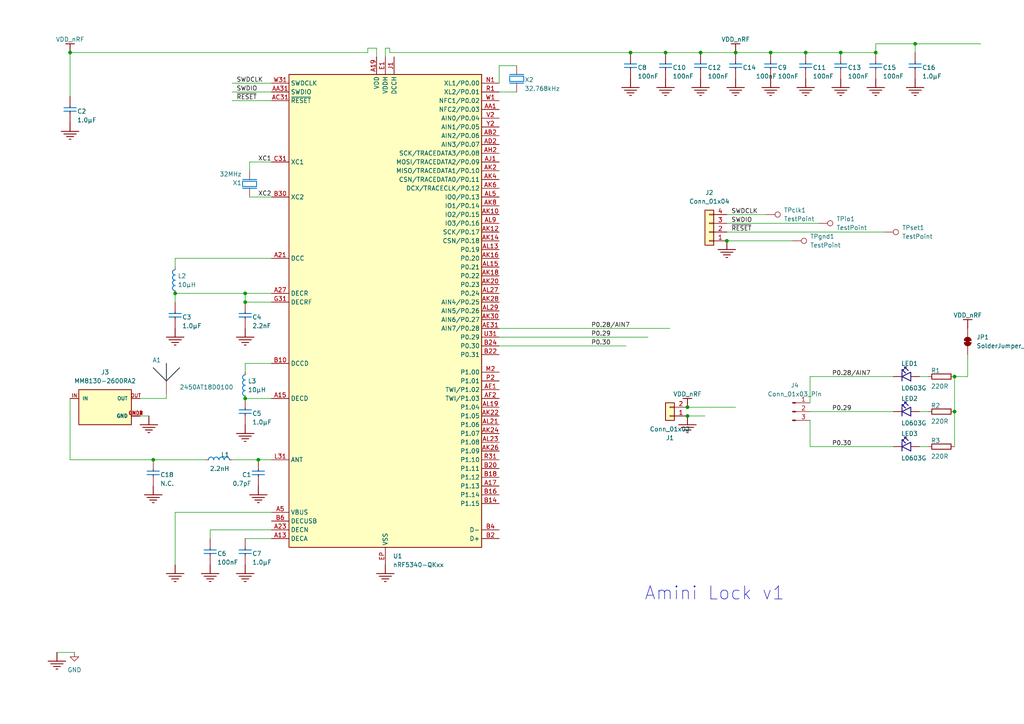
<source format=kicad_sch>
(kicad_sch (version 20231120) (generator "eeschema") (generator_version "8.0")
  (paper "A4")
  (junction (at 193.04 15.24))
  (junction (at 276.86 119.38))
  (junction (at 203.2 15.24))
  (junction (at 254 15.24))
  (junction (at 243.84 15.24))
  (junction (at 199.39 118.11))
  (junction (at 182.88 15.24))
  (junction (at 265.43 12.7))
  (junction (at 44.45 133.35))
  (junction (at 71.12 85.09))
  (junction (at 20.32 15.24))
  (junction (at 71.12 87.63))
  (junction (at 74.93 133.35))
  (junction (at 213.36 15.24))
  (junction (at 233.68 15.24))
  (junction (at 71.12 115.57))
  (junction (at 50.8 85.09))
  (junction (at 223.52 15.24))
  (junction (at 199.39 120.65))
  (junction (at 210.82 69.85))
  (junction (at 276.86 109.22))
  (wire (pts (xy 204.47 120.65) (xy 199.39 120.65)))
  (wire (pts (xy 144.78 100.33) (xy 181.61 100.33)))
  (wire (pts (xy 237.49 64.77) (xy 210.82 64.77)))
  (wire (pts (xy 74.93 133.35) (xy 78.74 133.35)))
  (wire (pts (xy 111.76 13.97) (xy 111.76 16.51)))
  (wire (pts (xy 106.68 13.97) (xy 106.68 15.24)))
  (wire (pts (xy 78.74 74.93) (xy 50.8 74.93)))
  (wire (pts (xy 265.43 12.7) (xy 254 12.7)))
  (wire (pts (xy 254 12.7) (xy 254 15.24)))
  (wire (pts (xy 78.74 153.67) (xy 60.96 153.67)))
  (wire (pts (xy 78.74 115.57) (xy 71.12 115.57)))
  (wire (pts (xy 203.2 15.24) (xy 213.36 15.24)))
  (wire (pts (xy 72.39 46.99) (xy 72.39 49.53)))
  (wire (pts (xy 44.45 133.35) (xy 59.69 133.35)))
  (wire (pts (xy 78.74 85.09) (xy 71.12 85.09)))
  (wire (pts (xy 269.24 129.54) (xy 266.7 129.54)))
  (wire (pts (xy 50.8 74.93) (xy 50.8 77.47)))
  (wire (pts (xy 50.8 148.59) (xy 78.74 148.59)))
  (wire (pts (xy 276.86 119.38) (xy 276.86 109.22)))
  (wire (pts (xy 72.39 46.99) (xy 78.74 46.99)))
  (wire (pts (xy 106.68 13.97) (xy 109.22 13.97)))
  (wire (pts (xy 48.26 115.57) (xy 40.64 115.57)))
  (wire (pts (xy 234.95 119.38) (xy 259.08 119.38)))
  (wire (pts (xy 210.82 69.85) (xy 229.87 69.85)))
  (wire (pts (xy 234.95 109.22) (xy 234.95 116.84)))
  (wire (pts (xy 50.8 85.09) (xy 50.8 87.63)))
  (wire (pts (xy 50.8 163.83) (xy 50.8 148.59)))
  (wire (pts (xy 213.36 15.24) (xy 223.52 15.24)))
  (wire (pts (xy 269.24 109.22) (xy 266.7 109.22)))
  (wire (pts (xy 113.03 13.97) (xy 113.03 15.24)))
  (wire (pts (xy 113.03 13.97) (xy 111.76 13.97)))
  (wire (pts (xy 78.74 156.21) (xy 71.12 156.21)))
  (wire (pts (xy 223.52 15.24) (xy 233.68 15.24)))
  (wire (pts (xy 182.88 15.24) (xy 193.04 15.24)))
  (wire (pts (xy 276.86 109.22) (xy 280.67 109.22)))
  (wire (pts (xy 109.22 13.97) (xy 109.22 16.51)))
  (wire (pts (xy 113.03 15.24) (xy 182.88 15.24)))
  (wire (pts (xy 43.18 120.65) (xy 40.64 120.65)))
  (wire (pts (xy 20.32 133.35) (xy 20.32 115.57)))
  (wire (pts (xy 71.12 87.63) (xy 71.12 85.09)))
  (wire (pts (xy 78.74 105.41) (xy 71.12 105.41)))
  (wire (pts (xy 144.78 97.79) (xy 187.96 97.79)))
  (wire (pts (xy 234.95 121.92) (xy 234.95 129.54)))
  (wire (pts (xy 78.74 24.13) (xy 67.31 24.13)))
  (wire (pts (xy 234.95 109.22) (xy 259.08 109.22)))
  (wire (pts (xy 78.74 87.63) (xy 71.12 87.63)))
  (wire (pts (xy 20.32 15.24) (xy 20.32 27.94)))
  (wire (pts (xy 233.68 15.24) (xy 243.84 15.24)))
  (wire (pts (xy 78.74 29.21) (xy 67.31 29.21)))
  (wire (pts (xy 243.84 15.24) (xy 254 15.24)))
  (wire (pts (xy 144.78 95.25) (xy 194.31 95.25)))
  (wire (pts (xy 213.36 118.11) (xy 199.39 118.11)))
  (wire (pts (xy 60.96 153.67) (xy 60.96 156.21)))
  (wire (pts (xy 144.78 24.13) (xy 144.78 19.05)))
  (wire (pts (xy 234.95 129.54) (xy 259.08 129.54)))
  (wire (pts (xy 71.12 85.09) (xy 50.8 85.09)))
  (wire (pts (xy 20.32 133.35) (xy 44.45 133.35)))
  (wire (pts (xy 106.68 15.24) (xy 20.32 15.24)))
  (wire (pts (xy 16.51 189.23) (xy 21.59 189.23)))
  (wire (pts (xy 67.31 133.35) (xy 74.93 133.35)))
  (wire (pts (xy 144.78 26.67) (xy 149.86 26.67)))
  (wire (pts (xy 284.48 12.7) (xy 265.43 12.7)))
  (wire (pts (xy 48.26 114.3) (xy 48.26 115.57)))
  (wire (pts (xy 71.12 105.41) (xy 71.12 107.95)))
  (wire (pts (xy 72.39 57.15) (xy 78.74 57.15)))
  (wire (pts (xy 78.74 26.67) (xy 67.31 26.67)))
  (wire (pts (xy 144.78 19.05) (xy 149.86 19.05)))
  (wire (pts (xy 256.54 67.31) (xy 210.82 67.31)))
  (wire (pts (xy 222.25 62.23) (xy 210.82 62.23)))
  (wire (pts (xy 193.04 15.24) (xy 203.2 15.24)))
  (wire (pts (xy 280.67 102.87) (xy 280.67 109.22)))
  (wire (pts (xy 276.86 129.54) (xy 276.86 119.38)))
  (wire (pts (xy 266.7 119.38) (xy 269.24 119.38)))
  (wire (pts (xy 265.43 15.24) (xy 265.43 12.7)))
  (text "Amini Lock v1\n" (at 207.264 172.212 0) (effects (font (size 3.81 3.81))))
  (label "P0.29" (at 241.3 119.38 0))
  (label "SWDCLK" (at 68.58 24.13 0))
  (label "SWDIO" (at 68.58 26.67 0))
  (label "P0.28/AIN7" (at 241.3 109.22 0))
  (label "XC2" (at 78.74 57.15 180))
  (label "SWDIO" (at 212.09 64.77 0))
  (label "XC1" (at 78.74 46.99 180))
  (label "P0.29" (at 171.45 97.79 0))
  (label "SWDCLK" (at 212.09 62.23 0))
  (label "P0.28/AIN7" (at 171.45 95.25 0))
  (label "P0.30" (at 171.45 100.33 0))
  (label "~{RESET}" (at 212.09 67.31 0))
  (label "P0.30" (at 241.3 129.54 0))
  (label "~{RESET}" (at 68.58 29.21 0))
  (symbol (lib_id "pca10095_sheet4_misc-altium-import:root_0_mirrored_D{colon}LED") (at 266.7 109.22 0) (unit 1)
    (property "Reference" "LED1" (at 261.366 106.172 0) (effects (justify left bottom)))
    (property "Value" "${ALTIUM_VALUE}" (at 261.366 113.284 0) (effects (justify left bottom)))
    (property "Footprint" "LED_SMD:LED_0603_1608Metric" (effects (hide yes)))
    (property "Description" "LED, Green, 0603, 573nm, Vf=2.0V, 24mcd, - 40 to +85°C" (effects (hide yes)))
    (property "PART NUMBER" "VS 25C7M5" (effects (hide yes)))
    (property "MANUFACTURER" "Victory Electronics" (effects (hide yes)))
    (property "MANUFACTURER PART NUMBER" "VS 25C7M5" (effects (hide yes)))
    (property "FOOTPRINT DOC" "0603" (effects (hide yes)))
    (property "LATESTREVISIONDATE" "2020-10-23" (effects (hide yes)))
    (property "PIN COUNT" "2" (effects (hide yes)))
    (property "PUBLISHER" "Nordic Semiconductor" (effects (hide yes)))
    (property "PUBLISHED" "2017-08-21" (effects (hide yes)))
    (property "ALTIUM_VALUE" "L0603G" (effects (hide yes)))
    (property "NOTE" "N.A." (effects (hide yes)))
    (property "ARTIKKELNR NOCA" "13019193" (effects (hide yes)))
    (property "PART NUMBER IPS" "00000001274, 00000009961" (effects (hide yes)))
    (property "COMPONENTLINK1URL" "N.A." (effects (hide yes)))
    (property "COMPONENTLINK1DESCRIPTION" "Datasheet" (effects (hide yes)))
    (property "COMPONENTLINK2URL" "N.A." (effects (hide yes)))
    (property "COMPONENTLINK2DESCRIPTION" "Supplier link" (effects (hide yes)))
    (property "HELPURL" "~{\\}hiz~{z}pr~{o}app971~{7}Datashee~{t}optoelectronic~{s}Victory Electronic~{s}VS 25C7M5.pdf" (effects (hide yes)))
    (property "SUPPLIER 1" "EC Partner" (effects (hide yes)))
    (property "SUPPLIER PART NUMBER 1" "N.A." (effects (hide yes)))
    (property "SUPPLIER 2" "N.A." (effects (hide yes)))
    (property "SUPPLIER PART NUMBER 2" "N.A." (effects (hide yes)))
    (property "COMPONENT CLASS" "Optoelectronics" (effects (hide yes)))
    (property "PAD COUNT" "2" (effects (hide yes)))
    (property "PARTID" "101400097" (effects (hide yes)))
  )
  (symbol (lib_id "nrf5340_qkaa_config3-altium-import:GND_POWER_GROUND") (at 199.39 120.65 0) (unit 1)
    (property "Reference" "#PWR019" (effects (hide yes)))
    (property "Value" "GND" (effects (hide yes)))
  )
  (symbol (lib_id "nrf5340_qkaa_config3-altium-import:VDD_nRF_BAR") (at 20.32 15.24 180) (unit 1)
    (property "Reference" "#PWR02" (effects (hide yes)))
    (property "Value" "VDD_nRF" (at 20.32 11.43 0))
  )
  (symbol (lib_id "pca10143_sheet2_nrf5340_mcu-altium-import:root_1_mirrored_CAP") (at 74.93 140.97 0) (mirror y) (unit 1)
    (property "Reference" "C1" (at 72.898 138.43 0) (effects (justify left bottom)))
    (property "Value" "${ALTIUM_VALUE}" (at 72.898 140.97 0) (effects (justify left bottom)))
    (property "Footprint" "Inductor_SMD:L_0603_1608Metric" (effects (hide yes)))
    (property "Description" "Capacitor, Ceramic, NP0, ±0.1pF, 25V" (effects (hide yes)))
    (property "PART NUMBER" "C0201-0.7p-HQ-Murata" (effects (hide yes)))
    (property "MANUFACTURER" "Murata" (effects (hide yes)))
    (property "MANUFACTURER PART NUMBER" "GJM0335C1ER70BB01D" (effects (hide yes)))
    (property "LATESTREVISIONDATE" "2020-10-13" (effects (hide yes)))
    (property "PUBLISHED" "2020-03-05" (effects (hide yes)))
    (property "ALTIUM_VALUE" "0.7pF" (effects (hide yes)))
    (property "NOTE" "25V" (effects (hide yes)))
    (property "ARTIKKELNR NOCA" "N.A." (effects (hide yes)))
    (property "FOOTPRINT DOC" "0201" (effects (hide yes)))
    (property "COMPONENTLINK1URL" "https://search.murata.co.jp/Ceramy/image/img/A01X/G101/ENG/GJM0335C1ER70BB01-01.pdf" (effects (hide yes)))
    (property "COMPONENTLINK1DESCRIPTION" "Datasheet" (effects (hide yes)))
    (property "COMPONENTLINK2URL" "https://www.murata.com/en-eu/products/productdetail?partno=GJM0335C1ER70BB01%23" (effects (hide yes)))
    (property "COMPONENTLINK2DESCRIPTION" "Supplier link" (effects (hide yes)))
    (property "HELPURL" "https://www.digikey.no/product-detail/en/murata-electronics/GJM0335C1ER70BB01D/490-8076-1-ND/4380362" (effects (hide yes)))
    (property "SUPPLIER 1" "Digi-Key" (effects (hide yes)))
    (property "SUPPLIER PART NUMBER 1" "490-8076-1-ND" (effects (hide yes)))
    (property "SUPPLIER 2" "N.A." (effects (hide yes)))
    (property "SUPPLIER PART NUMBER 2" "N.A." (effects (hide yes)))
    (property "PART NUMBER IPS" "N.A." (effects (hide yes)))
    (property "COMPONENT CLASS" "Capacitors" (effects (hide yes)))
    (property "PAD COUNT" "2" (effects (hide yes)))
    (property "PARTID" "100200441" (effects (hide yes)))
    (property "AUTHOR" "rsk" (effects (hide yes)))
    (property "PART NUMBER NORAUTRON" "26470001" (effects (hide yes)))
    (property "COMPONENT STATUS" "Active" (effects (hide yes)))
    (property "PART NUMBER NEMS" "100200441" (effects (hide yes)))
  )
  (symbol (lib_id "nrf5340_qkaa_config3-altium-import:GND_POWER_GROUND") (at 210.82 69.85 0) (unit 1)
    (property "Reference" "#PWR021" (effects (hide yes)))
    (property "Value" "GND" (effects (hide yes)))
  )
  (symbol (lib_id "nrf5340_qkaa_config3-altium-import:GND_POWER_GROUND") (at 111.76 163.83 0) (mirror y) (unit 1)
    (property "Reference" "#PWR015" (effects (hide yes)))
    (property "Value" "GND" (effects (hide yes)))
  )
  (symbol (lib_id "nrf5340_qkaa_config3-altium-import:root_1_CAP") (at 265.43 22.86 0) (unit 1)
    (property "Reference" "C16" (at 267.462 20.32 0) (effects (justify left bottom)))
    (property "Value" "${ALTIUM_VALUE}" (at 267.462 22.86 0) (effects (justify left bottom)))
    (property "Footprint" "CAPC1005X04L" (effects (hide yes)))
    (property "Description" "Capacitor, X7S, ±10%" (effects (hide yes)))
    (property "ALTIUM_VALUE" "1.0µF" (effects (hide yes)))
    (property "FOOTPRINT DOC" "0402" (effects (hide yes)))
    (property "COMPONENT CLASS" "Capacitors" (effects (hide yes)))
    (property "PAD COUNT" "2" (effects (hide yes)))
  )
  (symbol (lib_id "nrf5340_qkaa_config3-altium-import:VDD_nRF_BAR") (at 213.36 15.24 180) (unit 1)
    (property "Reference" "#PWR022" (effects (hide yes)))
    (property "Value" "VDD_nRF" (at 213.36 11.43 0))
  )
  (symbol (lib_id "pca10095_sheet4_misc-altium-import:root_0_RES") (at 269.24 119.38 0) (unit 1)
    (property "Reference" "R2" (at 270.002 118.364 0) (effects (justify left bottom)))
    (property "Value" "${ALTIUM_VALUE}" (at 270.002 122.936 0) (effects (justify left bottom)))
    (property "Footprint" "RESC0603X03L_C" (effects (hide yes)))
    (property "Description" "Resistor, ±1%, 0.05W" (effects (hide yes)))
    (property "PART NUMBER" "R0201-220" (effects (hide yes)))
    (property "MANUFACTURER" "N.A." (effects (hide yes)))
    (property "MANUFACTURER PART NUMBER" "N.A." (effects (hide yes)))
    (property "LATESTREVISIONDATE" "2014-11-13" (effects (hide yes)))
    (property "PIN COUNT" "2" (effects (hide yes)))
    (property "PUBLISHER" "Nordic Semiconductor" (effects (hide yes)))
    (property "PUBLISHED" "2014-11-13" (effects (hide yes)))
    (property "ALTIUM_VALUE" "220R" (effects (hide yes)))
    (property "NOTE" "Chip Res 1%" (effects (hide yes)))
    (property "ARTIKKELNR NOCA" "N.A." (effects (hide yes)))
    (property "FOOTPRINT DOC" "0201" (effects (hide yes)))
    (property "PART NUMBER IPS" "00000000863" (effects (hide yes)))
    (property "COMPONENTLINK1URL" "N.A." (effects (hide yes)))
    (property "COMPONENTLINK1DESCRIPTION" "Datasheet" (effects (hide yes)))
    (property "COMPONENTLINK2URL" "N.A." (effects (hide yes)))
    (property "COMPONENTLINK2DESCRIPTION" "Supplier link" (effects (hide yes)))
    (property "HELPURL" "N.A." (effects (hide yes)))
    (property "SUPPLIER 1" "N.A." (effects (hide yes)))
    (property "SUPPLIER PART NUMBER 1" "N.A." (effects (hide yes)))
    (property "SUPPLIER 2" "N.A." (effects (hide yes)))
    (property "SUPPLIER PART NUMBER 2" "N.A." (effects (hide yes)))
    (property "COMPONENT CLASS" "Resistors" (effects (hide yes)))
    (property "PAD COUNT" "2" (effects (hide yes)))
    (property "PARTID" "100100032" (effects (hide yes)))
  )
  (symbol (lib_id "Connector_Generic:Conn_01x02") (at 194.31 120.65 180) (unit 1)
    (property "Reference" "J1" (at 194.31 127 0))
    (property "Value" "Conn_01x02" (at 194.31 124.46 0))
    (property "Footprint" "Connector_JST:JST_SH_BM02B-SRSS-TB_1x02-1MP_P1.00mm_Vertical" (effects (hide yes)))
    (property "Description" "Generic connector, single row, 01x02, script generated (kicad-library-utils/schlib/autogen/connector/)" (effects (hide yes)))
  )
  (symbol (lib_id "nrf5340_qkaa_config3-altium-import:GND_POWER_GROUND") (at 265.43 22.86 0) (unit 1)
    (property "Reference" "#PWR031" (effects (hide yes)))
    (property "Value" "GND" (effects (hide yes)))
  )
  (symbol (lib_id "nrf5340_qkaa_config3-altium-import:GND_POWER_GROUND") (at 20.32 35.56 0) (unit 1)
    (property "Reference" "#PWR03" (effects (hide yes)))
    (property "Value" "GND" (effects (hide yes)))
  )
  (symbol (lib_id "nrf5340_qkaa_config3-altium-import:root_1_XTAL_4-pin_grounded") (at 72.39 49.53 180) (unit 1)
    (property "Reference" "X1" (at 70.104 52.324 0) (effects (justify left bottom)))
    (property "Value" "${ALTIUM_VALUE}" (at 70.104 49.784 0) (effects (justify left bottom)))
    (property "Footprint" "BT-XTAL_2016" (effects (hide yes)))
    (property "Description" "XTAL SMD 2016, 32MHz, Cl=8pF, Total Tol: ±30ppm" (effects (hide yes)))
    (property "ALTIUM_VALUE" "32MHz" (effects (hide yes)))
    (property "FOOTPRINT DOC" "XTAL_2016" (effects (hide yes)))
    (property "COMPONENT CLASS" "Oscillators" (effects (hide yes)))
    (property "PAD COUNT" "4" (effects (hide yes)))
  )
  (symbol (lib_id "nrf5340_qkaa_config3-altium-import:root_3_CAP") (at 243.84 15.24 0) (unit 1)
    (property "Reference" "C13" (at 245.872 20.32 0) (effects (justify left bottom)))
    (property "Value" "${ALTIUM_VALUE}" (at 245.872 22.86 0) (effects (justify left bottom)))
    (property "Footprint" "CAPC0603X03L_C" (effects (hide yes)))
    (property "Description" "Capacitor, X7S, ±10%" (effects (hide yes)))
    (property "ALTIUM_VALUE" "100nF" (effects (hide yes)))
    (property "FOOTPRINT DOC" "0201" (effects (hide yes)))
    (property "COMPONENT CLASS" "Capacitors" (effects (hide yes)))
    (property "PAD COUNT" "2" (effects (hide yes)))
  )
  (symbol (lib_id "nrf5340_qkaa_config3-altium-import:GND_POWER_GROUND") (at 182.88 22.86 0) (unit 1)
    (property "Reference" "#PWR016" (effects (hide yes)))
    (property "Value" "GND" (effects (hide yes)))
  )
  (symbol (lib_id "nrf5340_qkaa_config3-altium-import:GND_POWER_GROUND") (at 203.2 22.86 0) (unit 1)
    (property "Reference" "#PWR020" (effects (hide yes)))
    (property "Value" "GND" (effects (hide yes)))
  )
  (symbol (lib_id "pca10095_sheet4_misc-altium-import:root_0_mirrored_D{colon}LED") (at 266.7 129.54 0) (unit 1)
    (property "Reference" "LED3" (at 261.366 126.492 0) (effects (justify left bottom)))
    (property "Value" "${ALTIUM_VALUE}" (at 261.366 133.604 0) (effects (justify left bottom)))
    (property "Footprint" "LED_SMD:LED_0603_1608Metric" (effects (hide yes)))
    (property "Description" "LED, Green, 0603, 573nm, Vf=2.0V, 24mcd, - 40 to +85°C" (effects (hide yes)))
    (property "PART NUMBER" "VS 25C7M5" (effects (hide yes)))
    (property "MANUFACTURER" "Victory Electronics" (effects (hide yes)))
    (property "MANUFACTURER PART NUMBER" "VS 25C7M5" (effects (hide yes)))
    (property "FOOTPRINT DOC" "0603" (effects (hide yes)))
    (property "LATESTREVISIONDATE" "2020-10-23" (effects (hide yes)))
    (property "PIN COUNT" "2" (effects (hide yes)))
    (property "PUBLISHER" "Nordic Semiconductor" (effects (hide yes)))
    (property "PUBLISHED" "2017-08-21" (effects (hide yes)))
    (property "ALTIUM_VALUE" "L0603G" (effects (hide yes)))
    (property "NOTE" "N.A." (effects (hide yes)))
    (property "ARTIKKELNR NOCA" "13019193" (effects (hide yes)))
    (property "PART NUMBER IPS" "00000001274, 00000009961" (effects (hide yes)))
    (property "COMPONENTLINK1URL" "N.A." (effects (hide yes)))
    (property "COMPONENTLINK1DESCRIPTION" "Datasheet" (effects (hide yes)))
    (property "COMPONENTLINK2URL" "N.A." (effects (hide yes)))
    (property "COMPONENTLINK2DESCRIPTION" "Supplier link" (effects (hide yes)))
    (property "HELPURL" "~{\\}hiz~{z}pr~{o}app971~{7}Datashee~{t}optoelectronic~{s}Victory Electronic~{s}VS 25C7M5.pdf" (effects (hide yes)))
    (property "SUPPLIER 1" "EC Partner" (effects (hide yes)))
    (property "SUPPLIER PART NUMBER 1" "N.A." (effects (hide yes)))
    (property "SUPPLIER 2" "N.A." (effects (hide yes)))
    (property "SUPPLIER PART NUMBER 2" "N.A." (effects (hide yes)))
    (property "COMPONENT CLASS" "Optoelectronics" (effects (hide yes)))
    (property "PAD COUNT" "2" (effects (hide yes)))
    (property "PARTID" "101400097" (effects (hide yes)))
  )
  (symbol (lib_id "nrf5340_qkaa_config3-altium-import:root_3_CAP") (at 193.04 15.24 0) (unit 1)
    (property "Reference" "C10" (at 195.072 20.32 0) (effects (justify left bottom)))
    (property "Value" "${ALTIUM_VALUE}" (at 195.072 22.86 0) (effects (justify left bottom)))
    (property "Footprint" "CAPC0603X03L_C" (effects (hide yes)))
    (property "Description" "Capacitor, X7S, ±10%" (effects (hide yes)))
    (property "ALTIUM_VALUE" "100nF" (effects (hide yes)))
    (property "FOOTPRINT DOC" "0201" (effects (hide yes)))
    (property "COMPONENT CLASS" "Capacitors" (effects (hide yes)))
    (property "PAD COUNT" "2" (effects (hide yes)))
  )
  (symbol (lib_id "nrf5340_qkaa_config3-altium-import:GND_POWER_GROUND") (at 243.84 22.86 0) (unit 1)
    (property "Reference" "#PWR027" (effects (hide yes)))
    (property "Value" "GND" (effects (hide yes)))
  )
  (symbol (lib_id "Connector:TestPoint") (at 256.54 67.31 270) (unit 1)
    (property "Reference" "TPset1" (at 261.62 66.0399 90) (effects (justify left)))
    (property "Value" "TestPoint" (at 261.62 68.5799 90) (effects (justify left)))
    (property "Footprint" "TestPoint:TestPoint_Pad_D1.5mm" (effects (hide yes)))
    (property "Description" "test point" (effects (hide yes)))
  )
  (symbol (lib_id "pca10143_sheet2_nrf5340_mcu-altium-import:GND_POWER_GROUND") (at 44.45 140.97 0) (mirror y) (unit 1)
    (property "Reference" "#PWR07" (effects (hide yes)))
    (property "Value" "GND" (effects (hide yes)))
  )
  (symbol (lib_id "pca10095_sheet4_misc-altium-import:root_0_RES") (at 269.24 129.54 0) (unit 1)
    (property "Reference" "R3" (at 270.002 128.524 0) (effects (justify left bottom)))
    (property "Value" "${ALTIUM_VALUE}" (at 270.002 133.096 0) (effects (justify left bottom)))
    (property "Footprint" "RESC0603X03L_C" (effects (hide yes)))
    (property "Description" "Resistor, ±1%, 0.05W" (effects (hide yes)))
    (property "PART NUMBER" "R0201-220" (effects (hide yes)))
    (property "MANUFACTURER" "N.A." (effects (hide yes)))
    (property "MANUFACTURER PART NUMBER" "N.A." (effects (hide yes)))
    (property "LATESTREVISIONDATE" "2014-11-13" (effects (hide yes)))
    (property "PIN COUNT" "2" (effects (hide yes)))
    (property "PUBLISHER" "Nordic Semiconductor" (effects (hide yes)))
    (property "PUBLISHED" "2014-11-13" (effects (hide yes)))
    (property "ALTIUM_VALUE" "220R" (effects (hide yes)))
    (property "NOTE" "Chip Res 1%" (effects (hide yes)))
    (property "ARTIKKELNR NOCA" "N.A." (effects (hide yes)))
    (property "FOOTPRINT DOC" "0201" (effects (hide yes)))
    (property "PART NUMBER IPS" "00000000863" (effects (hide yes)))
    (property "COMPONENTLINK1URL" "N.A." (effects (hide yes)))
    (property "COMPONENTLINK1DESCRIPTION" "Datasheet" (effects (hide yes)))
    (property "COMPONENTLINK2URL" "N.A." (effects (hide yes)))
    (property "COMPONENTLINK2DESCRIPTION" "Supplier link" (effects (hide yes)))
    (property "HELPURL" "N.A." (effects (hide yes)))
    (property "SUPPLIER 1" "N.A." (effects (hide yes)))
    (property "SUPPLIER PART NUMBER 1" "N.A." (effects (hide yes)))
    (property "SUPPLIER 2" "N.A." (effects (hide yes)))
    (property "SUPPLIER PART NUMBER 2" "N.A." (effects (hide yes)))
    (property "COMPONENT CLASS" "Resistors" (effects (hide yes)))
    (property "PAD COUNT" "2" (effects (hide yes)))
    (property "PARTID" "100100032" (effects (hide yes)))
  )
  (symbol (lib_id "Connector:TestPoint") (at 237.49 64.77 270) (unit 1)
    (property "Reference" "TPio1" (at 242.57 63.4999 90) (effects (justify left)))
    (property "Value" "TestPoint" (at 242.57 66.0399 90) (effects (justify left)))
    (property "Footprint" "TestPoint:TestPoint_Pad_D1.5mm" (effects (hide yes)))
    (property "Description" "test point" (effects (hide yes)))
  )
  (symbol (lib_id "pca10143_sheet2_nrf5340_mcu-altium-import:root_1_CAP") (at 44.45 140.97 0) (unit 1)
    (property "Reference" "C18" (at 46.482 138.43 0) (effects (justify left bottom)))
    (property "Value" "${ALTIUM_VALUE}" (at 46.482 140.97 0) (effects (justify left bottom)))
    (property "Footprint" "Inductor_SMD:L_0603_1608Metric" (effects (hide yes)))
    (property "Description" "Not mounted" (effects (hide yes)))
    (property "PART NUMBER" "C0201-N.C." (effects (hide yes)))
    (property "LATESTREVISIONDATE" "2014-11-13" (effects (hide yes)))
    (property "PUBLISHED" "2014-11-13" (effects (hide yes)))
    (property "ALTIUM_VALUE" "N.C." (effects (hide yes)))
    (property "NOTE" "Chip Cap" (effects (hide yes)))
    (property "FOOTPRINT DOC" "0201" (effects (hide yes)))
    (property "ASSEMBLY" "Not mounted" (effects (hide yes)))
    (property "MANUFACTURER" "N.A." (effects (hide yes)))
    (property "MANUFACTURER PART NUMBER" "N.A." (effects (hide yes)))
    (property "ARTIKKELNR NOCA" "N.A." (effects (hide yes)))
    (property "PART NUMBER IPS" "N.A." (effects (hide yes)))
    (property "COMPONENTLINK1URL" "N.A." (effects (hide yes)))
    (property "COMPONENTLINK1DESCRIPTION" "Datasheet" (effects (hide yes)))
    (property "COMPONENTLINK2URL" "N.A." (effects (hide yes)))
    (property "COMPONENTLINK2DESCRIPTION" "Supplier link" (effects (hide yes)))
    (property "HELPURL" "N.A." (effects (hide yes)))
    (property "SUPPLIER 1" "N.A." (effects (hide yes)))
    (property "SUPPLIER PART NUMBER 1" "N.A." (effects (hide yes)))
    (property "SUPPLIER 2" "N.A." (effects (hide yes)))
    (property "SUPPLIER PART NUMBER 2" "N.A." (effects (hide yes)))
    (property "COMPONENT CLASS" "Capacitors" (effects (hide yes)))
    (property "PAD COUNT" "2" (effects (hide yes)))
    (property "PARTID" "100200001" (effects (hide yes)))
    (property "AUTHOR" "rsk" (effects (hide yes)))
    (property "PART NUMBER NORAUTRON" "N.A." (effects (hide yes)))
    (property "COMPONENT STATUS" "Active" (effects (hide yes)))
    (property "PART NUMBER NEMS" "100200001" (effects (hide yes)))
  )
  (symbol (lib_id "pca10143_sheet2_nrf5340_mcu-altium-import:GND_POWER_GROUND") (at 74.93 140.97 0) (mirror y) (unit 1)
    (property "Reference" "#PWR014" (effects (hide yes)))
    (property "Value" "GND" (effects (hide yes)))
  )
  (symbol (lib_id "Connector:Conn_01x03_Pin") (at 229.87 119.38 0) (unit 1)
    (property "Reference" "J4" (at 230.505 111.76 0))
    (property "Value" "Conn_01x03_Pin" (at 230.505 114.3 0))
    (property "Footprint" "Connector_PinHeader_1.00mm:PinHeader_1x03_P1.00mm_Vertical" (effects (hide yes)))
    (property "Description" "Generic connector, single row, 01x03, script generated" (effects (hide yes)))
  )
  (symbol (lib_id "nrf5340_qkaa_config3-altium-import:root_3_CAP") (at 233.68 15.24 0) (unit 1)
    (property "Reference" "C11" (at 235.712 20.32 0) (effects (justify left bottom)))
    (property "Value" "${ALTIUM_VALUE}" (at 235.712 22.86 0) (effects (justify left bottom)))
    (property "Footprint" "CAPC0603X03L_C" (effects (hide yes)))
    (property "Description" "Capacitor, X7S, ±10%" (effects (hide yes)))
    (property "ALTIUM_VALUE" "100nF" (effects (hide yes)))
    (property "FOOTPRINT DOC" "0201" (effects (hide yes)))
    (property "COMPONENT CLASS" "Capacitors" (effects (hide yes)))
    (property "PAD COUNT" "2" (effects (hide yes)))
  )
  (symbol (lib_id "nrf5340_qkaa_config3-altium-import:VDD_nRF_BAR") (at 280.67 95.25 180) (unit 1)
    (property "Reference" "#PWR033" (effects (hide yes)))
    (property "Value" "VDD_nRF" (at 280.67 91.44 0))
  )
  (symbol (lib_id "nrf5340_qkaa_config3-altium-import:GND_POWER_GROUND") (at 193.04 22.86 0) (unit 1)
    (property "Reference" "#PWR017" (effects (hide yes)))
    (property "Value" "GND" (effects (hide yes)))
  )
  (symbol (lib_id "nrf5340_qkaa_config3-altium-import:root_3_CAP") (at 20.32 27.94 0) (unit 1)
    (property "Reference" "C2" (at 22.352 33.02 0) (effects (justify left bottom)))
    (property "Value" "${ALTIUM_VALUE}" (at 22.352 35.56 0) (effects (justify left bottom)))
    (property "Footprint" "CAPC1005X04L" (effects (hide yes)))
    (property "Description" "Capacitor, X7S, ±10%" (effects (hide yes)))
    (property "ALTIUM_VALUE" "1.0µF" (effects (hide yes)))
    (property "FOOTPRINT DOC" "0402" (effects (hide yes)))
    (property "COMPONENT CLASS" "Capacitors" (effects (hide yes)))
    (property "PAD COUNT" "2" (effects (hide yes)))
  )
  (symbol (lib_id "MM8130-2600RA2:MM8130-2600RA2") (at 30.48 118.11 0) (unit 1)
    (property "Reference" "J3" (at 30.48 107.95 0))
    (property "Value" "MM8130-2600RA2" (at 30.48 110.49 0))
    (property "Footprint" "MM8130-2600RA2 antenna:MURATA_MM8130-2600RA2" (effects (hide yes)))
    (property "MF" "Murata" (effects (hide yes)))
    (property "Description_1" "\nSWF Connector Receptacle, Female Socket 50 Ohms Surface Mount Solder\n" (effects (hide yes)))
    (property "Package" "None" (effects (hide yes)))
    (property "Price" "None" (effects (hide yes)))
    (property "Check_prices" "https://www.snapeda.com/parts/MM8130-2600RA2/Murata+Electronics+North+America/view-part/?ref=eda" (effects (hide yes)))
    (property "SnapEDA_Link" "https://www.snapeda.com/parts/MM8130-2600RA2/Murata+Electronics+North+America/view-part/?ref=snap" (effects (hide yes)))
    (property "MP" "MM8130-2600RA2" (effects (hide yes)))
    (property "Availability" "In Stock" (effects (hide yes)))
    (property "MANUFACTURER" "MURATA" (effects (hide yes)))
  )
  (symbol (lib_id "nrf5340_qkaa_config3-altium-import:GND_POWER_GROUND") (at 71.12 163.83 0) (unit 1)
    (property "Reference" "#PWR013" (effects (hide yes)))
    (property "Value" "GND" (effects (hide yes)))
  )
  (symbol (lib_id "nrf5340_qkaa_config3-altium-import:root_3_XTAL_2-pin") (at 149.86 19.05 0) (unit 1)
    (property "Reference" "X2" (at 152.146 23.876 0) (effects (justify left bottom)))
    (property "Value" "${ALTIUM_VALUE}" (at 152.146 26.416 0) (effects (justify left bottom)))
    (property "Footprint" "XTAL_2012" (effects (hide yes)))
    (property "Description" "XTAL SMD 2012, 32.768kHz, Cl=9pF, Total Tol: ±50ppm" (effects (hide yes)))
    (property "ALTIUM_VALUE" "32.768kHz" (effects (hide yes)))
    (property "FOOTPRINT DOC" "XTAL_2012" (effects (hide yes)))
    (property "COMPONENT CLASS" "Oscillators" (effects (hide yes)))
    (property "PAD COUNT" "2" (effects (hide yes)))
  )
  (symbol (lib_id "nrf5340_qkaa_config3-altium-import:root_1_CAP") (at 71.12 163.83 0) (unit 1)
    (property "Reference" "C7" (at 73.152 161.29 0) (effects (justify left bottom)))
    (property "Value" "${ALTIUM_VALUE}" (at 73.152 163.83 0) (effects (justify left bottom)))
    (property "Footprint" "CAPC1005X04L" (effects (hide yes)))
    (property "Description" "Capacitor, X7S, ±10%" (effects (hide yes)))
    (property "ALTIUM_VALUE" "1.0µF" (effects (hide yes)))
    (property "FOOTPRINT DOC" "0402" (effects (hide yes)))
    (property "COMPONENT CLASS" "Capacitors" (effects (hide yes)))
    (property "PAD COUNT" "2" (effects (hide yes)))
  )
  (symbol (lib_id "nrf5340_qkaa_config3-altium-import:root_3_CAP") (at 71.12 87.63 0) (unit 1)
    (property "Reference" "C4" (at 73.152 92.71 0) (effects (justify left bottom)))
    (property "Value" "${ALTIUM_VALUE}" (at 73.152 95.25 0) (effects (justify left bottom)))
    (property "Footprint" "CAPC0603X03L_C" (effects (hide yes)))
    (property "Description" "Capacitor, X7R, ±10%" (effects (hide yes)))
    (property "ALTIUM_VALUE" "2.2nF" (effects (hide yes)))
    (property "FOOTPRINT DOC" "0201" (effects (hide yes)))
    (property "COMPONENT CLASS" "Capacitors" (effects (hide yes)))
    (property "PAD COUNT" "2" (effects (hide yes)))
  )
  (symbol (lib_id "nrf5340_qkaa_config3-altium-import:GND_POWER_GROUND") (at 71.12 123.19 0) (unit 1)
    (property "Reference" "#PWR012" (effects (hide yes)))
    (property "Value" "GND" (effects (hide yes)))
  )
  (symbol (lib_id "pca10095_sheet4_misc-altium-import:root_0_mirrored_D{colon}LED") (at 266.7 119.38 0) (unit 1)
    (property "Reference" "LED2" (at 261.366 116.332 0) (effects (justify left bottom)))
    (property "Value" "${ALTIUM_VALUE}" (at 261.366 123.444 0) (effects (justify left bottom)))
    (property "Footprint" "LED_SMD:LED_0603_1608Metric" (effects (hide yes)))
    (property "Description" "LED, Green, 0603, 573nm, Vf=2.0V, 24mcd, - 40 to +85°C" (effects (hide yes)))
    (property "PART NUMBER" "VS 25C7M5" (effects (hide yes)))
    (property "MANUFACTURER" "Victory Electronics" (effects (hide yes)))
    (property "MANUFACTURER PART NUMBER" "VS 25C7M5" (effects (hide yes)))
    (property "FOOTPRINT DOC" "0603" (effects (hide yes)))
    (property "LATESTREVISIONDATE" "2020-10-23" (effects (hide yes)))
    (property "PIN COUNT" "2" (effects (hide yes)))
    (property "PUBLISHER" "Nordic Semiconductor" (effects (hide yes)))
    (property "PUBLISHED" "2017-08-21" (effects (hide yes)))
    (property "ALTIUM_VALUE" "L0603G" (effects (hide yes)))
    (property "NOTE" "N.A." (effects (hide yes)))
    (property "ARTIKKELNR NOCA" "13019193" (effects (hide yes)))
    (property "PART NUMBER IPS" "00000001274, 00000009961" (effects (hide yes)))
    (property "COMPONENTLINK1URL" "N.A." (effects (hide yes)))
    (property "COMPONENTLINK1DESCRIPTION" "Datasheet" (effects (hide yes)))
    (property "COMPONENTLINK2URL" "N.A." (effects (hide yes)))
    (property "COMPONENTLINK2DESCRIPTION" "Supplier link" (effects (hide yes)))
    (property "HELPURL" "~{\\}hiz~{z}pr~{o}app971~{7}Datashee~{t}optoelectronic~{s}Victory Electronic~{s}VS 25C7M5.pdf" (effects (hide yes)))
    (property "SUPPLIER 1" "EC Partner" (effects (hide yes)))
    (property "SUPPLIER PART NUMBER 1" "N.A." (effects (hide yes)))
    (property "SUPPLIER 2" "N.A." (effects (hide yes)))
    (property "SUPPLIER PART NUMBER 2" "N.A." (effects (hide yes)))
    (property "COMPONENT CLASS" "Optoelectronics" (effects (hide yes)))
    (property "PAD COUNT" "2" (effects (hide yes)))
    (property "PARTID" "101400097" (effects (hide yes)))
  )
  (symbol (lib_id "nrf5340_qkaa_config3-altium-import:root_1_CAP") (at 50.8 95.25 0) (unit 1)
    (property "Reference" "C3" (at 52.832 92.71 0) (effects (justify left bottom)))
    (property "Value" "${ALTIUM_VALUE}" (at 52.832 95.25 0) (effects (justify left bottom)))
    (property "Footprint" "CAPC1005X04L" (effects (hide yes)))
    (property "Description" "Capacitor, X7S, ±10%" (effects (hide yes)))
    (property "ALTIUM_VALUE" "1.0µF" (effects (hide yes)))
    (property "FOOTPRINT DOC" "0402" (effects (hide yes)))
    (property "COMPONENT CLASS" "Capacitors" (effects (hide yes)))
    (property "PAD COUNT" "2" (effects (hide yes)))
  )
  (symbol (lib_id "Connector_Generic:Conn_01x04") (at 205.74 67.31 180) (unit 1)
    (property "Reference" "J2" (at 205.74 55.88 0))
    (property "Value" "Conn_01x04" (at 205.74 58.42 0))
    (property "Footprint" "Connector_JST:JST_SH_SM04B-SRSS-TB_1x04-1MP_P1.00mm_Horizontal" (effects (hide yes)))
    (property "Description" "Generic connector, single row, 01x04, script generated (kicad-library-utils/schlib/autogen/connector/)" (effects (hide yes)))
  )
  (symbol (lib_id "pca10143_sheet2_nrf5340_mcu-altium-import:root_0_Antenna with GND") (at 48.26 110.49 0) (unit 1)
    (property "Reference" "A1" (at 44.196 105.156 0) (effects (justify left bottom)))
    (property "Value" "${ALTIUM_VALUE}" (at 52.07 113.03 0) (effects (justify left bottom)))
    (property "Footprint" "Nordic_Semiconductor:2450AT18D0100_STD-R" (effects (hide yes)))
    (property "Description" "2.45 GHz chip antenna" (effects (hide yes)))
    (property "PART NUMBER" "Johanson 2450AT18D0100_STD-R" (effects (hide yes)))
    (property "PARTID" "100700005" (effects (hide yes)))
    (property "COMPONENT CLASS" "Antennas" (effects (hide yes)))
    (property "AUTHOR" "rsk" (effects (hide yes)))
    (property "MANUFACTURER" "Johanson Technology" (effects (hide yes)))
    (property "MANUFACTURER PART NUMBER" "2450AT18D0100" (effects (hide yes)))
    (property "COMPONENTLINK1URL" "N.A." (effects (hide yes)))
    (property "COMPONENTLINK1DESCRIPTION" "Datasheet" (effects (hide yes)))
    (property "COMPONENTLINK2URL" "N.A." (effects (hide yes)))
    (property "COMPONENTLINK2DESCRIPTION" "Supplier link" (effects (hide yes)))
    (property "HELPURL" "http://www.johansontechnology.com/datasheets/antennas/2450AT18D0100.pdf" (effects (hide yes)))
    (property "FOOTPRINT DOC" "2450AT18D0100" (effects (hide yes)))
    (property "LATESTREVISIONDATE" "2016-06-02" (effects (hide yes)))
    (property "PAD COUNT" "4" (effects (hide yes)))
    (property "PUBLISHED" "2016-01-12" (effects (hide yes)))
    (property "ALTIUM_VALUE" "2450AT18D0100" (effects (hide yes)))
    (property "NOTE" "N.A." (effects (hide yes)))
    (property "SUPPLIER 1" "Digi-Key" (effects (hide yes)))
    (property "SUPPLIER PART NUMBER 1" "2450AT18D0100E" (effects (hide yes)))
    (property "SUPPLIER 2" "Mouser" (effects (hide yes)))
    (property "SUPPLIER PART NUMBER 2" "609-2450AT18D0100E" (effects (hide yes)))
    (property "ARTIKKELNR NOCA" "53059035" (effects (hide yes)))
    (property "PART NUMBER IPS" "00000001415" (effects (hide yes)))
    (property "PART NUMBER NORAUTRON" "N.A." (effects (hide yes)))
    (property "COMPONENT STATUS" "Active" (effects (hide yes)))
    (property "PART NUMBER NEMS" "100700005" (effects (hide yes)))
  )
  (symbol (lib_id "nrf5340_qkaa_config3-altium-import:GND_POWER_GROUND") (at 213.36 22.86 0) (unit 1)
    (property "Reference" "#PWR023" (effects (hide yes)))
    (property "Value" "GND" (effects (hide yes)))
  )
  (symbol (lib_id "pca10095_sheet4_misc-altium-import:root_0_RES") (at 269.24 109.22 0) (unit 1)
    (property "Reference" "R1" (at 270.002 108.204 0) (effects (justify left bottom)))
    (property "Value" "${ALTIUM_VALUE}" (at 270.002 112.776 0) (effects (justify left bottom)))
    (property "Footprint" "RESC0603X03L_C" (effects (hide yes)))
    (property "Description" "Resistor, ±1%, 0.05W" (effects (hide yes)))
    (property "PART NUMBER" "R0201-220" (effects (hide yes)))
    (property "MANUFACTURER" "N.A." (effects (hide yes)))
    (property "MANUFACTURER PART NUMBER" "N.A." (effects (hide yes)))
    (property "LATESTREVISIONDATE" "2014-11-13" (effects (hide yes)))
    (property "PIN COUNT" "2" (effects (hide yes)))
    (property "PUBLISHER" "Nordic Semiconductor" (effects (hide yes)))
    (property "PUBLISHED" "2014-11-13" (effects (hide yes)))
    (property "ALTIUM_VALUE" "220R" (effects (hide yes)))
    (property "NOTE" "Chip Res 1%" (effects (hide yes)))
    (property "ARTIKKELNR NOCA" "N.A." (effects (hide yes)))
    (property "FOOTPRINT DOC" "0201" (effects (hide yes)))
    (property "PART NUMBER IPS" "00000000863" (effects (hide yes)))
    (property "COMPONENTLINK1URL" "N.A." (effects (hide yes)))
    (property "COMPONENTLINK1DESCRIPTION" "Datasheet" (effects (hide yes)))
    (property "COMPONENTLINK2URL" "N.A." (effects (hide yes)))
    (property "COMPONENTLINK2DESCRIPTION" "Supplier link" (effects (hide yes)))
    (property "HELPURL" "N.A." (effects (hide yes)))
    (property "SUPPLIER 1" "N.A." (effects (hide yes)))
    (property "SUPPLIER PART NUMBER 1" "N.A." (effects (hide yes)))
    (property "SUPPLIER 2" "N.A." (effects (hide yes)))
    (property "SUPPLIER PART NUMBER 2" "N.A." (effects (hide yes)))
    (property "COMPONENT CLASS" "Resistors" (effects (hide yes)))
    (property "PAD COUNT" "2" (effects (hide yes)))
    (property "PARTID" "100100032" (effects (hide yes)))
  )
  (symbol (lib_id "pca10143_sheet2_nrf5340_mcu-altium-import:GND_POWER_GROUND") (at 43.18 120.65 0) (mirror y) (unit 1)
    (property "Reference" "#PWR05" (effects (hide yes)))
    (property "Value" "GND" (effects (hide yes)))
  )
  (symbol (lib_id "MCU_Nordic:nRF5340-QKxx") (at 111.76 90.17 0) (unit 1)
    (property "Reference" "U1" (at 113.9541 161.29 0) (effects (justify left)))
    (property "Value" "nRF5340-QKxx" (at 113.9541 163.83 0) (effects (justify left)))
    (property "Footprint" "Package_DFN_QFN:Nordic_AQFN-94-1EP_7x7mm_P0.4mm" (effects (hide yes)))
    (property "Datasheet" "https://infocenter.nordicsemi.com/pdf/nRF5340_PS_v1.2.pdf" (effects (hide yes)))
    (property "Description" "nRF5340, BLE, NFC, Thread, Zigbee, ARM M33 SoC, Dual Core, AQFN-94" (effects (hide yes)))
  )
  (symbol (lib_id "Connector:TestPoint") (at 222.25 62.23 270) (unit 1)
    (property "Reference" "TPclk1" (at 227.33 60.9599 90) (effects (justify left)))
    (property "Value" "TestPoint" (at 227.33 63.4999 90) (effects (justify left)))
    (property "Footprint" "TestPoint:TestPoint_Pad_D1.5mm" (effects (hide yes)))
    (property "Description" "test point" (effects (hide yes)))
  )
  (symbol (lib_id "nrf5340_qkaa_config3-altium-import:GND_POWER_GROUND") (at 50.8 163.83 0) (unit 1)
    (property "Reference" "#PWR09" (effects (hide yes)))
    (property "Value" "GND" (effects (hide yes)))
  )
  (symbol (lib_id "nrf5340_qkaa_config3-altium-import:GND_POWER_GROUND") (at 223.52 22.86 0) (unit 1)
    (property "Reference" "#PWR024" (effects (hide yes)))
    (property "Value" "GND" (effects (hide yes)))
  )
  (symbol (lib_id "nrf5340_qkaa_config3-altium-import:VDD_nRF_BAR") (at 199.39 118.11 180) (unit 1)
    (property "Reference" "#PWR018" (effects (hide yes)))
    (property "Value" "VDD_nRF" (at 199.39 114.3 0))
  )
  (symbol (lib_id "nrf5340_qkaa_config3-altium-import:root_3_CAP") (at 203.2 15.24 0) (unit 1)
    (property "Reference" "C12" (at 205.232 20.32 0) (effects (justify left bottom)))
    (property "Value" "${ALTIUM_VALUE}" (at 205.232 22.86 0) (effects (justify left bottom)))
    (property "Footprint" "CAPC0603X03L_C" (effects (hide yes)))
    (property "Description" "Capacitor, X7S, ±10%" (effects (hide yes)))
    (property "ALTIUM_VALUE" "100nF" (effects (hide yes)))
    (property "FOOTPRINT DOC" "0201" (effects (hide yes)))
    (property "COMPONENT CLASS" "Capacitors" (effects (hide yes)))
    (property "PAD COUNT" "2" (effects (hide yes)))
  )
  (symbol (lib_id "Connector:TestPoint") (at 229.87 69.85 270) (unit 1)
    (property "Reference" "TPgnd1" (at 234.95 68.5799 90) (effects (justify left)))
    (property "Value" "TestPoint" (at 234.95 71.1199 90) (effects (justify left)))
    (property "Footprint" "TestPoint:TestPoint_Pad_D1.5mm" (effects (hide yes)))
    (property "Description" "test point" (effects (hide yes)))
  )
  (symbol (lib_id "nrf5340_qkaa_config3-altium-import:root_3_CAP") (at 223.52 15.24 0) (unit 1)
    (property "Reference" "C9" (at 225.552 20.32 0) (effects (justify left bottom)))
    (property "Value" "${ALTIUM_VALUE}" (at 225.552 22.86 0) (effects (justify left bottom)))
    (property "Footprint" "CAPC0603X03L_C" (effects (hide yes)))
    (property "Description" "Capacitor, X7S, ±10%" (effects (hide yes)))
    (property "ALTIUM_VALUE" "100nF" (effects (hide yes)))
    (property "FOOTPRINT DOC" "0201" (effects (hide yes)))
    (property "COMPONENT CLASS" "Capacitors" (effects (hide yes)))
    (property "PAD COUNT" "2" (effects (hide yes)))
  )
  (symbol (lib_id "power:GND") (at 21.59 189.23 0) (unit 1)
    (property "Reference" "#PWR04" (effects (hide yes)))
    (property "Value" "GND" (at 21.59 194.31 0))
    (property "Description" "Power symbol creates a global label with name \"GND\" , ground" (effects (hide yes)))
  )
  (symbol (lib_id "nrf5340_qkaa_config3-altium-import:GND_POWER_GROUND") (at 50.8 95.25 0) (unit 1)
    (property "Reference" "#PWR08" (effects (hide yes)))
    (property "Value" "GND" (effects (hide yes)))
  )
  (symbol (lib_id "nrf5340_qkaa_config3-altium-import:root_3_CAP") (at 213.36 15.24 0) (unit 1)
    (property "Reference" "C14" (at 215.392 20.32 0) (effects (justify left bottom)))
    (property "Value" "${ALTIUM_VALUE}" (at 219.202 22.86 0) (effects (justify left bottom)))
    (property "Footprint" "CAPC0603X03L_C" (effects (hide yes)))
    (property "Description" "Capacitor, X7S, ±10%" (effects (hide yes)))
    (property "ALTIUM_VALUE" "100nF" (effects (hide yes)))
    (property "FOOTPRINT DOC" "0201" (effects (hide yes)))
    (property "COMPONENT CLASS" "Capacitors" (effects (hide yes)))
    (property "PAD COUNT" "2" (effects (hide yes)))
  )
  (symbol (lib_id "nrf5340_qkaa_config3-altium-import:root_1_IND") (at 50.8 85.09 0) (unit 1)
    (property "Reference" "L2" (at 51.562 80.772 0) (effects (justify left bottom)))
    (property "Value" "${ALTIUM_VALUE}" (at 51.562 83.312 0) (effects (justify left bottom)))
    (property "Footprint" "INDC1608X06L" (effects (hide yes)))
    (property "Description" "Chip Inductor, IDC,min = 50 mA, ±20%" (effects (hide yes)))
    (property "ALTIUM_VALUE" "10µH" (effects (hide yes)))
    (property "FOOTPRINT DOC" "0603" (effects (hide yes)))
    (property "COMPONENT CLASS" "Inductors" (effects (hide yes)))
    (property "PAD COUNT" "2" (effects (hide yes)))
  )
  (symbol (lib_id "nrf5340_qkaa_config3-altium-import:root_3_CAP") (at 182.88 15.24 0) (unit 1)
    (property "Reference" "C8" (at 184.912 20.32 0) (effects (justify left bottom)))
    (property "Value" "${ALTIUM_VALUE}" (at 184.912 22.86 0) (effects (justify left bottom)))
    (property "Footprint" "CAPC0603X03L_C" (effects (hide yes)))
    (property "Description" "Capacitor, X7S, ±10%" (effects (hide yes)))
    (property "ALTIUM_VALUE" "100nF" (effects (hide yes)))
    (property "FOOTPRINT DOC" "0201" (effects (hide yes)))
    (property "COMPONENT CLASS" "Capacitors" (effects (hide yes)))
    (property "PAD COUNT" "2" (effects (hide yes)))
  )
  (symbol (lib_id "pca10143_sheet2_nrf5340_mcu-altium-import:root_0_IND") (at 67.31 133.35 0) (mirror y) (unit 1)
    (property "Reference" "L1" (at 66.548 132.588 0) (effects (justify left bottom)))
    (property "Value" "${ALTIUM_VALUE}" (at 66.548 136.652 0) (effects (justify left bottom)))
    (property "Footprint" "Inductor_SMD:L_0603_1608Metric" (effects (hide yes)))
    (property "Description" "Inductor, 600mA, ±0.1ｎH, 120mOhm" (effects (hide yes)))
    (property "PART NUMBER" "L0201-2n2-HQ-Murata" (effects (hide yes)))
    (property "MANUFACTURER" "Murata" (effects (hide yes)))
    (property "MANUFACTURER PART NUMBER" "LQP03HQ2N2B02" (effects (hide yes)))
    (property "COMPONENTLINK1URL" "https://search.murata.co.jp/Ceramy/image/img/P02/JELF243C-0021.pdf" (effects (hide yes)))
    (property "COMPONENTLINK1DESCRIPTION" "Datasheet" (effects (hide yes)))
    (property "COMPONENTLINK2URL" "N.A." (effects (hide yes)))
    (property "COMPONENTLINK2DESCRIPTION" "Supplier link" (effects (hide yes)))
    (property "HELPURL" "https://psearch.en.murata.com/inductor/product/LQP03HQ2N2B02%23.html" (effects (hide yes)))
    (property "FOOTPRINT DOC" "0201" (effects (hide yes)))
    (property "LATESTREVISIONDATE" "2018-10-23" (effects (hide yes)))
    (property "PUBLISHED" "2018-10-23" (effects (hide yes)))
    (property "ALTIUM_VALUE" "2.2nH" (effects (hide yes)))
    (property "NOTE" "-55°C ~ 125°C" (effects (hide yes)))
    (property "SUPPLIER 1" "Digi-Key" (effects (hide yes)))
    (property "SUPPLIER PART NUMBER 1" "490-13899-1-ND" (effects (hide yes)))
    (property "SUPPLIER 2" "N.A." (effects (hide yes)))
    (property "SUPPLIER PART NUMBER 2" "N.A." (effects (hide yes)))
    (property "ARTIKKELNR NOCA" "N.A." (effects (hide yes)))
    (property "PART NUMBER IPS" "N.A." (effects (hide yes)))
    (property "COMPONENT CLASS" "Inductors" (effects (hide yes)))
    (property "PAD COUNT" "2" (effects (hide yes)))
    (property "PARTID" "100300209" (effects (hide yes)))
    (property "AUTHOR" "rsk" (effects (hide yes)))
    (property "PART NUMBER NORAUTRON" "26521773" (effects (hide yes)))
    (property "COMPONENT STATUS" "Active" (effects (hide yes)))
    (property "PART NUMBER NEMS" "100300209" (effects (hide yes)))
  )
  (symbol (lib_id "nrf5340_qkaa_config3-altium-import:GND_POWER_GROUND") (at 254 22.86 0) (unit 1)
    (property "Reference" "#PWR029" (effects (hide yes)))
    (property "Value" "GND" (effects (hide yes)))
  )
  (symbol (lib_id "nrf5340_qkaa_config3-altium-import:GND_POWER_GROUND") (at 60.96 163.83 0) (unit 1)
    (property "Reference" "#PWR010" (effects (hide yes)))
    (property "Value" "GND" (effects (hide yes)))
  )
  (symbol (lib_id "nrf5340_qkaa_config3-altium-import:root_1_IND") (at 71.12 115.57 0) (unit 1)
    (property "Reference" "L3" (at 71.882 111.252 0) (effects (justify left bottom)))
    (property "Value" "${ALTIUM_VALUE}" (at 71.882 113.792 0) (effects (justify left bottom)))
    (property "Footprint" "INDC1608X06L" (effects (hide yes)))
    (property "Description" "Chip Inductor, IDC,min = 50 mA, ±20%" (effects (hide yes)))
    (property "ALTIUM_VALUE" "10µH" (effects (hide yes)))
    (property "FOOTPRINT DOC" "0603" (effects (hide yes)))
    (property "COMPONENT CLASS" "Inductors" (effects (hide yes)))
    (property "PAD COUNT" "2" (effects (hide yes)))
  )
  (symbol (lib_id "nrf5340_qkaa_config3-altium-import:root_3_CAP") (at 60.96 156.21 0) (unit 1)
    (property "Reference" "C6" (at 62.992 161.29 0) (effects (justify left bottom)))
    (property "Value" "${ALTIUM_VALUE}" (at 62.992 163.83 0) (effects (justify left bottom)))
    (property "Footprint" "CAPC0603X03L_C" (effects (hide yes)))
    (property "Description" "Capacitor, X7S, ±10%" (effects (hide yes)))
    (property "ALTIUM_VALUE" "100nF" (effects (hide yes)))
    (property "FOOTPRINT DOC" "0201" (effects (hide yes)))
    (property "COMPONENT CLASS" "Capacitors" (effects (hide yes)))
    (property "PAD COUNT" "2" (effects (hide yes)))
  )
  (symbol (lib_id "nrf5340_qkaa_config3-altium-import:GND_POWER_GROUND") (at 16.51 189.23 0) (mirror y) (unit 1)
    (property "Reference" "#PWR01" (effects (hide yes)))
    (property "Value" "GND" (effects (hide yes)))
  )
  (symbol (lib_id "nrf5340_qkaa_config3-altium-import:GND_POWER_GROUND") (at 233.68 22.86 0) (unit 1)
    (property "Reference" "#PWR026" (effects (hide yes)))
    (property "Value" "GND" (effects (hide yes)))
  )
  (symbol (lib_id "nrf5340_qkaa_config3-altium-import:root_3_CAP") (at 254 15.24 0) (unit 1)
    (property "Reference" "C15" (at 256.032 20.32 0) (effects (justify left bottom)))
    (property "Value" "${ALTIUM_VALUE}" (at 256.032 22.86 0) (effects (justify left bottom)))
    (property "Footprint" "CAPC0603X03L_C" (effects (hide yes)))
    (property "Description" "Capacitor, X7S, ±10%" (effects (hide yes)))
    (property "ALTIUM_VALUE" "100nF" (effects (hide yes)))
    (property "FOOTPRINT DOC" "0201" (effects (hide yes)))
    (property "COMPONENT CLASS" "Capacitors" (effects (hide yes)))
    (property "PAD COUNT" "2" (effects (hide yes)))
  )
  (symbol (lib_id "nrf5340_qkaa_config3-altium-import:GND_POWER_GROUND") (at 71.12 95.25 0) (unit 1)
    (property "Reference" "#PWR011" (effects (hide yes)))
    (property "Value" "GND" (effects (hide yes)))
  )
  (symbol (lib_id "nrf5340_qkaa_config3-altium-import:root_1_CAP") (at 71.12 123.19 0) (unit 1)
    (property "Reference" "C5" (at 73.152 120.65 0) (effects (justify left bottom)))
    (property "Value" "${ALTIUM_VALUE}" (at 73.152 123.19 0) (effects (justify left bottom)))
    (property "Footprint" "CAPC1005X04L" (effects (hide yes)))
    (property "Description" "Capacitor, X7S, ±10%" (effects (hide yes)))
    (property "ALTIUM_VALUE" "1.0µF" (effects (hide yes)))
    (property "FOOTPRINT DOC" "0402" (effects (hide yes)))
    (property "COMPONENT CLASS" "Capacitors" (effects (hide yes)))
    (property "PAD COUNT" "2" (effects (hide yes)))
  )
  (symbol (lib_id "Jumper:SolderJumper_2_Bridged") (at 280.67 99.06 90) (unit 1) (exclude_from_sim yes) (in_bom no)
    (property "Reference" "JP1" (at 283.21 97.7899 90) (effects (justify right)))
    (property "Value" "SolderJumper_2_Bridged" (at 283.21 100.3299 90) (effects (justify right)))
    (property "Footprint" "Jumper:SolderJumper-2_P1.3mm_Bridged_RoundedPad1.0x1.5mm_1" (effects (hide yes)))
    (property "Description" "Solder Jumper, 2-pole, closed/bridged" (effects (hide yes)))
  )
)
</source>
